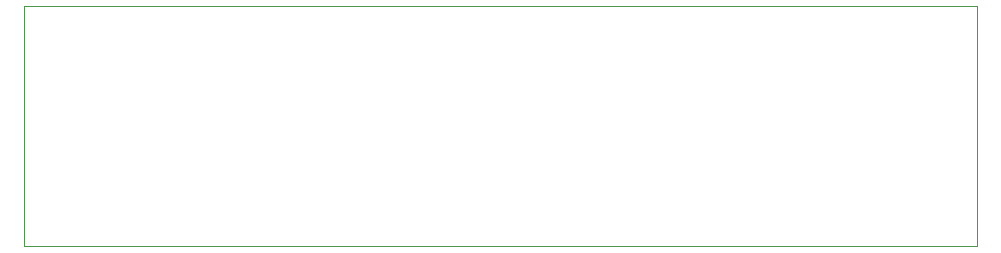
<source format=gm1>
G04 #@! TF.GenerationSoftware,KiCad,Pcbnew,7.0.5-0*
G04 #@! TF.CreationDate,2023-07-03T20:49:06+02:00*
G04 #@! TF.ProjectId,atf1504_plcc44_breakout,61746631-3530-4345-9f70-6c636334345f,A*
G04 #@! TF.SameCoordinates,Original*
G04 #@! TF.FileFunction,Profile,NP*
%FSLAX46Y46*%
G04 Gerber Fmt 4.6, Leading zero omitted, Abs format (unit mm)*
G04 Created by KiCad (PCBNEW 7.0.5-0) date 2023-07-03 20:49:06*
%MOMM*%
%LPD*%
G01*
G04 APERTURE LIST*
G04 #@! TA.AperFunction,Profile*
%ADD10C,0.100000*%
G04 #@! TD*
G04 APERTURE END LIST*
D10*
X93345000Y-52070000D02*
X173990000Y-52070000D01*
X173990000Y-72390000D01*
X93345000Y-72390000D01*
X93345000Y-52070000D01*
M02*

</source>
